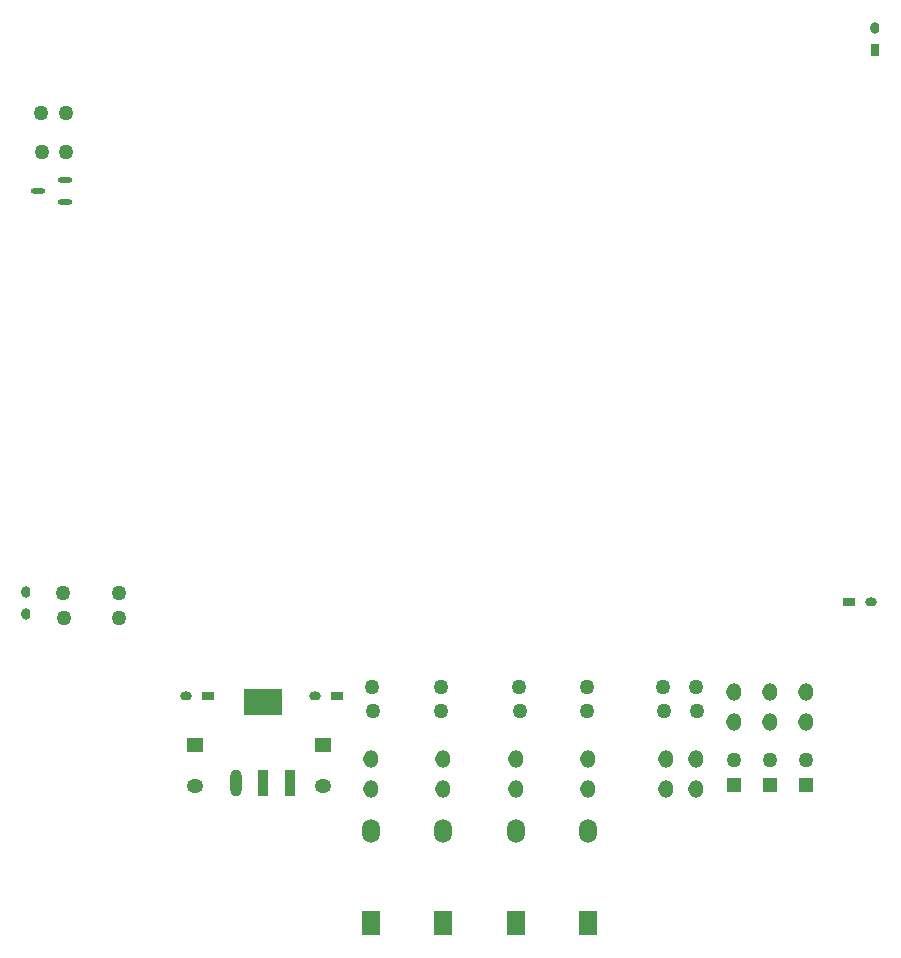
<source format=gbr>
%TF.GenerationSoftware,Altium Limited,Altium Designer,22.3.1 (43)*%
G04 Layer_Color=8421504*
%FSLAX26Y26*%
%MOIN*%
%TF.SameCoordinates,A6686B76-6886-4B69-866F-DC8958589E3E*%
%TF.FilePolarity,Positive*%
%TF.FileFunction,Paste,Top*%
%TF.Part,Single*%
G01*
G75*
%TA.AperFunction,SMDPad,CuDef*%
%ADD10O,0.050000X0.060000*%
%ADD11R,0.055118X0.047244*%
%ADD12O,0.055118X0.047244*%
%ADD13R,0.040000X0.030000*%
%ADD14O,0.040000X0.030000*%
%ADD15R,0.050000X0.050000*%
%ADD16C,0.050000*%
%ADD17R,0.030000X0.040000*%
%ADD18O,0.030000X0.040000*%
%ADD19O,0.037402X0.090551*%
%ADD20R,0.037402X0.090551*%
%ADD21R,0.129921X0.090551*%
%ADD22R,0.059055X0.078740*%
%ADD23O,0.059055X0.078740*%
%ADD24O,0.047244X0.019685*%
D10*
X2595000Y775000D02*
D03*
Y875000D02*
D03*
X2250000Y550000D02*
D03*
Y650000D02*
D03*
X1750000Y550000D02*
D03*
Y650000D02*
D03*
X2715000Y775000D02*
D03*
Y875000D02*
D03*
X2475000D02*
D03*
Y775000D02*
D03*
X1505000Y550000D02*
D03*
Y650000D02*
D03*
X1265000Y550000D02*
D03*
Y650000D02*
D03*
X1990000Y550000D02*
D03*
Y650000D02*
D03*
X2350000Y550000D02*
D03*
Y650000D02*
D03*
D11*
X1105000Y696590D02*
D03*
X680000D02*
D03*
D12*
X1105000Y562732D02*
D03*
X680000D02*
D03*
D13*
X1151500Y860000D02*
D03*
X721500D02*
D03*
X2858500Y1175000D02*
D03*
D14*
X1078500Y860000D02*
D03*
X648500D02*
D03*
X2931500Y1175000D02*
D03*
D15*
X2595100Y565000D02*
D03*
X2715200D02*
D03*
X2475000D02*
D03*
D16*
X2594900Y647300D02*
D03*
X240200Y1122700D02*
D03*
X240000Y1205000D02*
D03*
X2240000Y892300D02*
D03*
X2240200Y810000D02*
D03*
X2715000Y647300D02*
D03*
X2474800D02*
D03*
X1499800Y892300D02*
D03*
X1500000Y810000D02*
D03*
X1270000Y892300D02*
D03*
X1270200Y810000D02*
D03*
X425000Y1205100D02*
D03*
X425200Y1122800D02*
D03*
X1760000Y892300D02*
D03*
X1760200Y810000D02*
D03*
X1984800Y892300D02*
D03*
X1985000Y810000D02*
D03*
X2350000Y892300D02*
D03*
X2350200Y810000D02*
D03*
X247300Y2805200D02*
D03*
X165000Y2805000D02*
D03*
X167700Y2674800D02*
D03*
X250000Y2675000D02*
D03*
D17*
X2945000Y3013500D02*
D03*
D18*
Y3086500D02*
D03*
X115000Y1206500D02*
D03*
Y1133500D02*
D03*
D19*
X814448Y570724D02*
D03*
D20*
X905000D02*
D03*
X995552D02*
D03*
D21*
X905000Y840724D02*
D03*
D22*
X1748334Y103480D02*
D03*
X1506666D02*
D03*
X1265000D02*
D03*
X1990000D02*
D03*
D23*
X1748334Y410566D02*
D03*
X1506666D02*
D03*
X1265000D02*
D03*
X1990000D02*
D03*
D24*
X245000Y2507598D02*
D03*
Y2582402D02*
D03*
X155000Y2545000D02*
D03*
%TF.MD5,f318e4cd71430b696b7e3c407dcc2442*%
M02*

</source>
